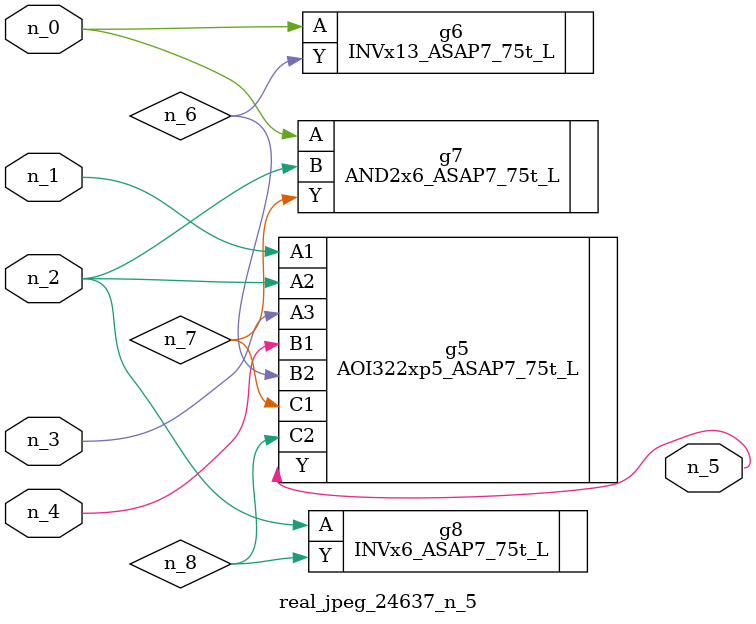
<source format=v>
module real_jpeg_24637_n_5 (n_4, n_0, n_1, n_2, n_3, n_5);

input n_4;
input n_0;
input n_1;
input n_2;
input n_3;

output n_5;

wire n_8;
wire n_6;
wire n_7;

INVx13_ASAP7_75t_L g6 ( 
.A(n_0),
.Y(n_6)
);

AND2x6_ASAP7_75t_L g7 ( 
.A(n_0),
.B(n_2),
.Y(n_7)
);

AOI322xp5_ASAP7_75t_L g5 ( 
.A1(n_1),
.A2(n_2),
.A3(n_3),
.B1(n_4),
.B2(n_6),
.C1(n_7),
.C2(n_8),
.Y(n_5)
);

INVx6_ASAP7_75t_L g8 ( 
.A(n_2),
.Y(n_8)
);


endmodule
</source>
